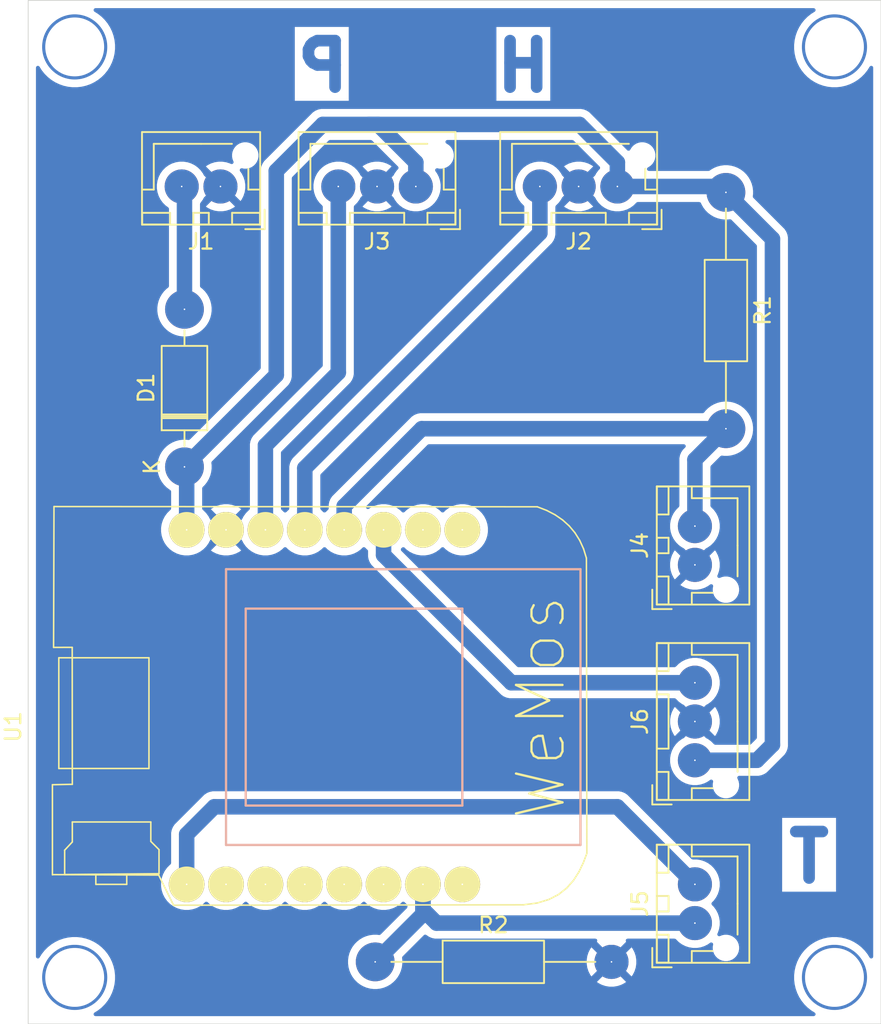
<source format=kicad_pcb>
(kicad_pcb (version 20241229) (generator "pcbnew") (generator_version "9.0")
  (layers (0 "F.Cu" signal) (2 "B.Cu" signal) (13 "F.Paste" user) (15 "B.Paste" user) (5 "F.SilkS" user "F.Silkscreen") (7 "B.SilkS" user "B.Silkscreen") (1 "F.Mask" user) (3 "B.Mask" user) (25 "Edge.Cuts" user))
  (net 0 "")
  (net 1 "+5V")
  (net 2 "Net-(D1-A)")
  (net 3 "GND")
  (net 4 "HEATER")
  (net 5 "PUMP")
  (net 6 "BTN")
  (net 7 "+3V3")
  (net 8 "TMP")
  (net 9 "LED")
  (footprint "Connector_JST:JST_XH_B2B-XH-AM_1x02_P2.50mm_Vertical" (layer "F.Cu") (at 63.4 48 180)
    (property "Reference" "J1" (at 1.25 -3.55 0) (layer "F.SilkS"))
    (property "Value" "POWER")
    (fp_line (start 5.06 3.51) (end 5.06 -2.46) (stroke (width 0.12)) (layer "F.SilkS"))
    (fp_line (start 5.06 -2.46) (end -2.56 -2.46) (stroke (width 0.12)) (layer "F.SilkS"))
    (fp_line (start 5.05 -0.2) (end 4.3 -0.2) (stroke (width 0.12)) (layer "F.SilkS"))
    (fp_line (start 5.05 -1.7) (end 5.05 -2.45) (stroke (width 0.12)) (layer "F.SilkS"))
    (fp_line (start 5.05 -2.45) (end 3.25 -2.45) (stroke (width 0.12)) (layer "F.SilkS"))
    (fp_line (start 4.3 2.75) (end 1.25 2.75) (stroke (width 0.12)) (layer "F.SilkS"))
    (fp_line (start 4.3 -0.2) (end 4.3 2.75) (stroke (width 0.12)) (layer "F.SilkS"))
    (fp_line (start 3.25 -1.7) (end 5.05 -1.7) (stroke (width 0.12)) (layer "F.SilkS"))
    (fp_line (start 3.25 -2.45) (end 3.25 -1.7) (stroke (width 0.12)) (layer "F.SilkS"))
    (fp_line (start 1.75 -1.7) (end 1.75 -2.45) (stroke (width 0.12)) (layer "F.SilkS"))
    (fp_line (start 1.75 -2.45) (end 0.75 -2.45) (stroke (width 0.12)) (layer "F.SilkS"))
    (fp_line (start 1.25 2.75) (end -0.74 2.75) (stroke (width 0.12)) (layer "F.SilkS"))
    (fp_line (start 0.75 -1.7) (end 1.75 -1.7) (stroke (width 0.12)) (layer "F.SilkS"))
    (fp_line (start 0.75 -2.45) (end 0.75 -1.7) (stroke (width 0.12)) (layer "F.SilkS"))
    (fp_line (start -0.75 -1.7) (end -0.75 -2.45) (stroke (width 0.12)) (layer "F.SilkS"))
    (fp_line (start -0.75 -2.45) (end -2.55 -2.45) (stroke (width 0.12)) (layer "F.SilkS"))
    (fp_line (start -1.6 -2.75) (end -2.85 -2.75) (stroke (width 0.12)) (layer "F.SilkS"))
    (fp_line (start -1.8 -0.2) (end -1.8 1.14) (stroke (width 0.12)) (layer "F.SilkS"))
    (fp_line (start -2.55 -0.2) (end -1.8 -0.2) (stroke (width 0.12)) (layer "F.SilkS"))
    (fp_line (start -2.55 -1.7) (end -0.75 -1.7) (stroke (width 0.12)) (layer "F.SilkS"))
    (fp_line (start -2.55 -2.45) (end -2.55 -1.7) (stroke (width 0.12)) (layer "F.SilkS"))
    (fp_line (start -2.56 3.51) (end 5.06 3.51) (stroke (width 0.12)) (layer "F.SilkS"))
    (fp_line (start -2.56 -2.46) (end -2.56 3.51) (stroke (width 0.12)) (layer "F.SilkS"))
    (fp_line (start -2.85 -2.75) (end -2.85 -1.5) (stroke (width 0.12)) (layer "F.SilkS"))
    (pad "" np_thru_hole circle (at -1.6 2 180) (size 1.2 1.2) (drill 1.2) (layers "*.Cu" "*.Mask"))
    (pad "1" thru_hole circle (at 0 0 180) (size 2.2 2.2) (drill 0.1) (layers "*.Cu" "*.Mask") (net 3 "GND"))
    (pad "2" thru_hole circle (at 2.5 0 180) (size 2.2 2.2) (drill 0.1) (layers "*.Cu" "*.Mask") (net 2 "Net-(D1-A)"))
  )
  (footprint "Diode_THT:D_DO-41_SOD81_P10.16mm_Horizontal" (layer "F.Cu") (at 61.08 66.08 90)
    (property "Reference" "D1" (at 5.08 -2.47 90) (layer "F.SilkS"))
    (property "Value" "SB130")
    (fp_line (start 3.38 -1.47) (end 3.38 1.47) (stroke (width 0.12)) (layer "F.SilkS"))
    (fp_line (start 3.26 -1.47) (end 3.26 1.47) (stroke (width 0.12)) (layer "F.SilkS"))
    (fp_line (start 3.14 -1.47) (end 3.14 1.47) (stroke (width 0.12)) (layer "F.SilkS"))
    (fp_line (start 8.82 0) (end 7.8 0) (stroke (width 0.12)) (layer "F.SilkS"))
    (fp_line (start 1.34 0) (end 2.36 0) (stroke (width 0.12)) (layer "F.SilkS"))
    (fp_rect (start 2.36 -1.47) (end 7.8 1.47) (stroke (width 0.12)) (fill no) (layer "F.SilkS"))
    (fp_text user "K" (at 0 -2.1 90) (layer "F.SilkS"))
    (pad "1" thru_hole circle (at 0 0 90) (size 2.5 2.5) (drill 0.1) (layers "*.Cu" "*.Mask") (net 1 "+5V"))
    (pad "2" thru_hole circle (at 10.16 0 90) (size 2.5 2.5) (drill 0.1) (layers "*.Cu" "*.Mask") (net 2 "Net-(D1-A)"))
  )
  (footprint "Connector_JST:JST_XH_B3B-XH-AM_1x03_P2.50mm_Vertical" (layer "F.Cu") (at 89 48 180)
    (property "Reference" "J2" (at 2.5 -3.55 0) (layer "F.SilkS"))
    (property "Value" "HEATER_RELAY")
    (fp_line (start 7.56 3.51) (end 7.56 -2.46) (stroke (width 0.12)) (layer "F.SilkS"))
    (fp_line (start 7.56 -2.46) (end -2.56 -2.46) (stroke (width 0.12)) (layer "F.SilkS"))
    (fp_line (start 7.55 -0.2) (end 6.8 -0.2) (stroke (width 0.12)) (layer "F.SilkS"))
    (fp_line (start 7.55 -1.7) (end 7.55 -2.45) (stroke (width 0.12)) (layer "F.SilkS"))
    (fp_line (start 7.55 -2.45) (end 5.75 -2.45) (stroke (width 0.12)) (layer "F.SilkS"))
    (fp_line (start 6.8 2.75) (end 2.5 2.75) (stroke (width 0.12)) (layer "F.SilkS"))
    (fp_line (start 6.8 -0.2) (end 6.8 2.75) (stroke (width 0.12)) (layer "F.SilkS"))
    (fp_line (start 5.75 -1.7) (end 7.55 -1.7) (stroke (width 0.12)) (layer "F.SilkS"))
    (fp_line (start 5.75 -2.45) (end 5.75 -1.7) (stroke (width 0.12)) (layer "F.SilkS"))
    (fp_line (start 4.25 -1.7) (end 4.25 -2.45) (stroke (width 0.12)) (layer "F.SilkS"))
    (fp_line (start 4.25 -2.45) (end 0.75 -2.45) (stroke (width 0.12)) (layer "F.SilkS"))
    (fp_line (start 2.5 2.75) (end -0.74 2.75) (stroke (width 0.12)) (layer "F.SilkS"))
    (fp_line (start 0.75 -1.7) (end 4.25 -1.7) (stroke (width 0.12)) (layer "F.SilkS"))
    (fp_line (start 0.75 -2.45) (end 0.75 -1.7) (stroke (width 0.12)) (layer "F.SilkS"))
    (fp_line (start -0.75 -1.7) (end -0.75 -2.45) (stroke (width 0.12)) (layer "F.SilkS"))
    (fp_line (start -0.75 -2.45) (end -2.55 -2.45) (stroke (width 0.12)) (layer "F.SilkS"))
    (fp_line (start -1.6 -2.75) (end -2.85 -2.75) (stroke (width 0.12)) (layer "F.SilkS"))
    (fp_line (start -1.8 -0.2) (end -1.8 1.14) (stroke (width 0.12)) (layer "F.SilkS"))
    (fp_line (start -2.55 -0.2) (end -1.8 -0.2) (stroke (width 0.12)) (layer "F.SilkS"))
    (fp_line (start -2.55 -1.7) (end -0.75 -1.7) (stroke (width 0.12)) (layer "F.SilkS"))
    (fp_line (start -2.55 -2.45) (end -2.55 -1.7) (stroke (width 0.12)) (layer "F.SilkS"))
    (fp_line (start -2.56 3.51) (end 7.56 3.51) (stroke (width 0.12)) (layer "F.SilkS"))
    (fp_line (start -2.56 -2.46) (end -2.56 3.51) (stroke (width 0.12)) (layer "F.SilkS"))
    (fp_line (start -2.85 -2.75) (end -2.85 -1.5) (stroke (width 0.12)) (layer "F.SilkS"))
    (pad "" np_thru_hole circle (at -1.6 2 180) (size 1.2 1.2) (drill 1.2) (layers "*.Cu" "*.Mask"))
    (pad "1" thru_hole circle (at 0 0 180) (size 2.2 2.2) (drill 0.1) (layers "*.Cu" "*.Mask") (net 1 "+5V"))
    (pad "2" thru_hole circle (at 2.5 0 180) (size 2.2 2.2) (drill 0.1) (layers "*.Cu" "*.Mask") (net 3 "GND"))
    (pad "3" thru_hole circle (at 5 0 180) (size 2.2 2.2) (drill 0.1) (layers "*.Cu" "*.Mask") (net 4 "HEATER"))
  )
  (footprint "Resistor_THT:R_Axial_DIN0207_L6.3mm_D2.5mm_P15.24mm_Horizontal" (layer "F.Cu") (at 73.38 98)
    (property "Reference" "R2" (at 7.62 -2.37 0) (layer "F.SilkS"))
    (property "Value" "100K")
    (fp_line (start 1.04 0) (end 4.35 0) (stroke (width 0.12)) (layer "F.SilkS"))
    (fp_line (start 14.2 0) (end 10.89 0) (stroke (width 0.12)) (layer "F.SilkS"))
    (fp_rect (start 4.35 -1.37) (end 10.89 1.37) (stroke (width 0.12)) (fill no) (layer "F.SilkS"))
    (pad "1" thru_hole circle (at 0 0) (size 2.5 2.5) (drill 0.1) (layers "*.Cu" "*.Mask") (net 8 "TMP"))
    (pad "2" thru_hole circle (at 15.24 0) (size 2.2 2.2) (drill 0.1) (layers "*.Cu" "*.Mask") (net 3 "GND"))
  )
  (footprint "Connector_JST:JST_XH_B3B-XH-AM_1x03_P2.50mm_Vertical" (layer "F.Cu") (at 94 85 90)
    (property "Reference" "J6" (at 2.5 -3.55 90) (layer "F.SilkS"))
    (property "Value" "LED_STRIP")
    (fp_line (start -1.6 -2.75) (end -2.85 -2.75) (stroke (width 0.12)) (layer "F.SilkS"))
    (fp_line (start -2.85 -2.75) (end -2.85 -1.5) (stroke (width 0.12)) (layer "F.SilkS"))
    (fp_line (start 7.56 -2.46) (end -2.56 -2.46) (stroke (width 0.12)) (layer "F.SilkS"))
    (fp_line (start -2.56 -2.46) (end -2.56 3.51) (stroke (width 0.12)) (layer "F.SilkS"))
    (fp_line (start 7.55 -2.45) (end 5.75 -2.45) (stroke (width 0.12)) (layer "F.SilkS"))
    (fp_line (start 5.75 -2.45) (end 5.75 -1.7) (stroke (width 0.12)) (layer "F.SilkS"))
    (fp_line (start 4.25 -2.45) (end 0.75 -2.45) (stroke (width 0.12)) (layer "F.SilkS"))
    (fp_line (start 0.75 -2.45) (end 0.75 -1.7) (stroke (width 0.12)) (layer "F.SilkS"))
    (fp_line (start -0.75 -2.45) (end -2.55 -2.45) (stroke (width 0.12)) (layer "F.SilkS"))
    (fp_line (start -2.55 -2.45) (end -2.55 -1.7) (stroke (width 0.12)) (layer "F.SilkS"))
    (fp_line (start 7.55 -1.7) (end 7.55 -2.45) (stroke (width 0.12)) (layer "F.SilkS"))
    (fp_line (start 5.75 -1.7) (end 7.55 -1.7) (stroke (width 0.12)) (layer "F.SilkS"))
    (fp_line (start 4.25 -1.7) (end 4.25 -2.45) (stroke (width 0.12)) (layer "F.SilkS"))
    (fp_line (start 0.75 -1.7) (end 4.25 -1.7) (stroke (width 0.12)) (layer "F.SilkS"))
    (fp_line (start -0.75 -1.7) (end -0.75 -2.45) (stroke (width 0.12)) (layer "F.SilkS"))
    (fp_line (start -2.55 -1.7) (end -0.75 -1.7) (stroke (width 0.12)) (layer "F.SilkS"))
    (fp_line (start 7.55 -0.2) (end 6.8 -0.2) (stroke (width 0.12)) (layer "F.SilkS"))
    (fp_line (start 6.8 -0.2) (end 6.8 2.75) (stroke (width 0.12)) (layer "F.SilkS"))
    (fp_line (start -1.8 -0.2) (end -1.8 1.14) (stroke (width 0.12)) (layer "F.SilkS"))
    (fp_line (start -2.55 -0.2) (end -1.8 -0.2) (stroke (width 0.12)) (layer "F.SilkS"))
    (fp_line (start 6.8 2.75) (end 2.5 2.75) (stroke (width 0.12)) (layer "F.SilkS"))
    (fp_line (start 2.5 2.75) (end -0.74 2.75) (stroke (width 0.12)) (layer "F.SilkS"))
    (fp_line (start 7.56 3.51) (end 7.56 -2.46) (stroke (width 0.12)) (layer "F.SilkS"))
    (fp_line (start -2.56 3.51) (end 7.56 3.51) (stroke (width 0.12)) (layer "F.SilkS"))
    (pad "" np_thru_hole circle (at -1.6 2 90) (size 1.2 1.2) (drill 1.2) (layers "*.Cu" "*.Mask"))
    (pad "1" thru_hole circle (at 0 0 90) (size 2.2 2.2) (drill 0.1) (layers "*.Cu" "*.Mask") (net 1 "+5V"))
    (pad "2" thru_hole circle (at 2.5 0 90) (size 2.2 2.2) (drill 0.1) (layers "*.Cu" "*.Mask") (net 3 "GND"))
    (pad "3" thru_hole circle (at 5 0 90) (size 2.2 2.2) (drill 0.1) (layers "*.Cu" "*.Mask") (net 9 "LED"))
  )
  (footprint "Connector_JST:JST_XH_B3B-XH-AM_1x03_P2.50mm_Vertical" (layer "F.Cu") (at 76 48 180)
    (property "Reference" "J3" (at 2.5 -3.55 0) (layer "F.SilkS"))
    (property "Value" "PUMP_RELAY")
    (fp_line (start 7.56 3.51) (end 7.56 -2.46) (stroke (width 0.12)) (layer "F.SilkS"))
    (fp_line (start 7.56 -2.46) (end -2.56 -2.46) (stroke (width 0.12)) (layer "F.SilkS"))
    (fp_line (start 7.55 -0.2) (end 6.8 -0.2) (stroke (width 0.12)) (layer "F.SilkS"))
    (fp_line (start 7.55 -1.7) (end 7.55 -2.45) (stroke (width 0.12)) (layer "F.SilkS"))
    (fp_line (start 7.55 -2.45) (end 5.75 -2.45) (stroke (width 0.12)) (layer "F.SilkS"))
    (fp_line (start 6.8 2.75) (end 2.5 2.75) (stroke (width 0.12)) (layer "F.SilkS"))
    (fp_line (start 6.8 -0.2) (end 6.8 2.75) (stroke (width 0.12)) (layer "F.SilkS"))
    (fp_line (start 5.75 -1.7) (end 7.55 -1.7) (stroke (width 0.12)) (layer "F.SilkS"))
    (fp_line (start 5.75 -2.45) (end 5.75 -1.7) (stroke (width 0.12)) (layer "F.SilkS"))
    (fp_line (start 4.25 -1.7) (end 4.25 -2.45) (stroke (width 0.12)) (layer "F.SilkS"))
    (fp_line (start 4.25 -2.45) (end 0.75 -2.45) (stroke (width 0.12)) (layer "F.SilkS"))
    (fp_line (start 2.5 2.75) (end -0.74 2.75) (stroke (width 0.12)) (layer "F.SilkS"))
    (fp_line (start 0.75 -1.7) (end 4.25 -1.7) (stroke (width 0.12)) (layer "F.SilkS"))
    (fp_line (start 0.75 -2.45) (end 0.75 -1.7) (stroke (width 0.12)) (layer "F.SilkS"))
    (fp_line (start -0.75 -1.7) (end -0.75 -2.45) (stroke (width 0.12)) (layer "F.SilkS"))
    (fp_line (start -0.75 -2.45) (end -2.55 -2.45) (stroke (width 0.12)) (layer "F.SilkS"))
    (fp_line (start -1.6 -2.75) (end -2.85 -2.75) (stroke (width 0.12)) (layer "F.SilkS"))
    (fp_line (start -1.8 -0.2) (end -1.8 1.14) (stroke (width 0.12)) (layer "F.SilkS"))
    (fp_line (start -2.55 -0.2) (end -1.8 -0.2) (stroke (width 0.12)) (layer "F.SilkS"))
    (fp_line (start -2.55 -1.7) (end -0.75 -1.7) (stroke (width 0.12)) (layer "F.SilkS"))
    (fp_line (start -2.55 -2.45) (end -2.55 -1.7) (stroke (width 0.12)) (layer "F.SilkS"))
    (fp_line (start -2.56 3.51) (end 7.56 3.51) (stroke (width 0.12)) (layer "F.SilkS"))
    (fp_line (start -2.56 -2.46) (end -2.56 3.51) (stroke (width 0.12)) (layer "F.SilkS"))
    (fp_line (start -2.85 -2.75) (end -2.85 -1.5) (stroke (width 0.12)) (layer "F.SilkS"))
    (pad "" np_thru_hole circle (at -1.6 2 180) (size 1.2 1.2) (drill 1.2) (layers "*.Cu" "*.Mask"))
    (pad "1" thru_hole circle (at 0 0 180) (size 2.2 2.2) (drill 0.1) (layers "*.Cu" "*.Mask") (net 1 "+5V"))
    (pad "2" thru_hole circle (at 2.5 0 180) (size 2.2 2.2) (drill 0.1) (layers "*.Cu" "*.Mask") (net 3 "GND"))
    (pad "3" thru_hole circle (at 5 0 180) (size 2.2 2.2) (drill 0.1) (layers "*.Cu" "*.Mask") (net 5 "PUMP"))
  )
  (footprint "Connector_JST:JST_XH_B2B-XH-AM_1x02_P2.50mm_Vertical" (layer "F.Cu") (at 94 72.4 90)
    (property "Reference" "J4" (at 1.25 -3.55 90) (layer "F.SilkS"))
    (property "Value" "POWER_BUTTON")
    (fp_line (start -1.6 -2.75) (end -2.85 -2.75) (stroke (width 0.12)) (layer "F.SilkS"))
    (fp_line (start -2.85 -2.75) (end -2.85 -1.5) (stroke (width 0.12)) (layer "F.SilkS"))
    (fp_line (start 5.06 -2.46) (end -2.56 -2.46) (stroke (width 0.12)) (layer "F.SilkS"))
    (fp_line (start -2.56 -2.46) (end -2.56 3.51) (stroke (width 0.12)) (layer "F.SilkS"))
    (fp_line (start 5.05 -2.45) (end 3.25 -2.45) (stroke (width 0.12)) (layer "F.SilkS"))
    (fp_line (start 3.25 -2.45) (end 3.25 -1.7) (stroke (width 0.12)) (layer "F.SilkS"))
    (fp_line (start 1.75 -2.45) (end 0.75 -2.45) (stroke (width 0.12)) (layer "F.SilkS"))
    (fp_line (start 0.75 -2.45) (end 0.75 -1.7) (stroke (width 0.12)) (layer "F.SilkS"))
    (fp_line (start -0.75 -2.45) (end -2.55 -2.45) (stroke (width 0.12)) (layer "F.SilkS"))
    (fp_line (start -2.55 -2.45) (end -2.55 -1.7) (stroke (width 0.12)) (layer "F.SilkS"))
    (fp_line (start 5.05 -1.7) (end 5.05 -2.45) (stroke (width 0.12)) (layer "F.SilkS"))
    (fp_line (start 3.25 -1.7) (end 5.05 -1.7) (stroke (width 0.12)) (layer "F.SilkS"))
    (fp_line (start 1.75 -1.7) (end 1.75 -2.45) (stroke (width 0.12)) (layer "F.SilkS"))
    (fp_line (start 0.75 -1.7) (end 1.75 -1.7) (stroke (width 0.12)) (layer "F.SilkS"))
    (fp_line (start -0.75 -1.7) (end -0.75 -2.45) (stroke (width 0.12)) (layer "F.SilkS"))
    (fp_line (start -2.55 -1.7) (end -0.75 -1.7) (stroke (width 0.12)) (layer "F.SilkS"))
    (fp_line (start 5.05 -0.2) (end 4.3 -0.2) (stroke (width 0.12)) (layer "F.SilkS"))
    (fp_line (start 4.3 -0.2) (end 4.3 2.75) (stroke (width 0.12)) (layer "F.SilkS"))
    (fp_line (start -1.8 -0.2) (end -1.8 1.14) (stroke (width 0.12)) (layer "F.SilkS"))
    (fp_line (start -2.55 -0.2) (end -1.8 -0.2) (stroke (width 0.12)) (layer "F.SilkS"))
    (fp_line (start 4.3 2.75) (end 1.25 2.75) (stroke (width 0.12)) (layer "F.SilkS"))
    (fp_line (start 1.25 2.75) (end -0.74 2.75) (stroke (width 0.12)) (layer "F.SilkS"))
    (fp_line (start 5.06 3.51) (end 5.06 -2.46) (stroke (width 0.12)) (layer "F.SilkS"))
    (fp_line (start -2.56 3.51) (end 5.06 3.51) (stroke (width 0.12)) (layer "F.SilkS"))
    (pad "" np_thru_hole circle (at -1.6 2 90) (size 1.2 1.2) (drill 1.2) (layers "*.Cu" "*.Mask"))
    (pad "1" thru_hole circle (at 0 0 90) (size 2.2 2.2) (drill 0.1) (layers "*.Cu" "*.Mask") (net 3 "GND"))
    (pad "2" thru_hole circle (at 2.5 0 90) (size 2.2 2.2) (drill 0.1) (layers "*.Cu" "*.Mask") (net 6 "BTN"))
  )
  (footprint "Resistor_THT:R_Axial_DIN0207_L6.3mm_D2.5mm_P15.24mm_Horizontal" (layer "F.Cu") (at 96 48.38 -90)
    (property "Reference" "R1" (at 7.62 -2.37 90) (layer "F.SilkS"))
    (property "Value" "10K")
    (fp_line (start 1.04 0) (end 4.35 0) (stroke (width 0.12)) (layer "F.SilkS"))
    (fp_line (start 14.2 0) (end 10.89 0) (stroke (width 0.12)) (layer "F.SilkS"))
    (fp_rect (start 4.35 -1.37) (end 10.89 1.37) (stroke (width 0.12)) (fill no) (layer "F.SilkS"))
    (pad "1" thru_hole circle (at 0 0 270) (size 2.5 2.5) (drill 0.1) (layers "*.Cu" "*.Mask") (net 1 "+5V"))
    (pad "2" thru_hole circle (at 15.24 0 270) (size 2.5 2.5) (drill 0.1) (layers "*.Cu" "*.Mask") (net 6 "BTN"))
  )
  (footprint "wemos_d1_mini:D1_mini_board" (layer "F.Cu") (at 68.84 81.57 -90)
    (property "Reference" "U1" (at 1.27 18.81 90) (layer "F.SilkS"))
    (property "Value" "Wemos mini D1 ESP8266")
    (fp_line (start 5.00618 16.277228) (end 4.979849 14.993795) (stroke (width 0.1)) (layer "F.SilkS"))
    (fp_line (start 10.817472 16.277228) (end 5.00618 16.277228) (stroke (width 0.1)) (layer "F.SilkS"))
    (fp_line (start -3.849397 16.202736) (end -12.930193 16.176658) (stroke (width 0.1)) (layer "F.SilkS"))
    (fp_line (start -12.930193 16.176658) (end -12.916195 -14.993493) (stroke (width 0.1)) (layer "F.SilkS"))
    (fp_line (start -3.17965 15.865188) (end -3.17965 10.051451) (stroke (width 0.1)) (layer "F.SilkS"))
    (fp_line (start 3.959931 15.865188) (end -3.17965 15.865188) (stroke (width 0.1)) (layer "F.SilkS"))
    (fp_line (start 9.226656 15.487765) (end 10.796517 15.487765) (stroke (width 0.1)) (layer "F.SilkS"))
    (fp_line (start 10.796517 15.487765) (end 10.7436 9.402349) (stroke (width 0.1)) (layer "F.SilkS"))
    (fp_line (start -3.851373 15.000483) (end -3.849397 16.202736) (stroke (width 0.1)) (layer "F.SilkS"))
    (fp_line (start 7.40985 14.993876) (end 8.697489 14.993876) (stroke (width 0.1)) (layer "F.SilkS"))
    (fp_line (start 8.697489 14.993876) (end 9.226656 15.487765) (stroke (width 0.1)) (layer "F.SilkS"))
    (fp_line (start 4.979849 14.993795) (end -3.851373 15.000483) (stroke (width 0.1)) (layer "F.SilkS"))
    (fp_line (start 11.431517 13.476932) (end 10.814156 13.476932) (stroke (width 0.1)) (layer "F.SilkS"))
    (fp_line (start 10.778878 11.483738) (end 11.431517 11.483738) (stroke (width 0.1)) (layer "F.SilkS"))
    (fp_line (start 11.431517 11.483738) (end 11.431517 13.476932) (stroke (width 0.1)) (layer "F.SilkS"))
    (fp_line (start -3.17965 10.051451) (end 3.959931 10.051451) (stroke (width 0.1)) (layer "F.SilkS"))
    (fp_line (start 3.959931 10.051451) (end 3.959931 15.865188) (stroke (width 0.1)) (layer "F.SilkS"))
    (fp_line (start 7.40985 9.931515) (end 7.40985 14.993876) (stroke (width 0.1)) (layer "F.SilkS"))
    (fp_line (start 8.662211 9.931515) (end 7.40985 9.931515) (stroke (width 0.1)) (layer "F.SilkS"))
    (fp_line (start 10.83248 9.424181) (end 10.802686 16.232524) (stroke (width 0.1)) (layer "F.SilkS"))
    (fp_line (start 9.191378 9.402349) (end 8.662211 9.931515) (stroke (width 0.1)) (layer "F.SilkS"))
    (fp_line (start 10.7436 9.402349) (end 9.191378 9.402349) (stroke (width 0.1)) (layer "F.SilkS"))
    (fp_line (start 12.776026 8.463285) (end 10.83248 9.424181) (stroke (width 0.1)) (layer "F.SilkS"))
    (fp_line (start 12.751078 -14.091807) (end 12.776026 8.463285) (stroke (width 0.1)) (layer "F.SilkS"))
    (fp_line (start 12.635482 -14.984575) (end 12.751078 -14.091807) (stroke (width 0.1)) (layer "F.SilkS"))
    (fp_line (start -12.916195 -14.993493) (end -12.683384 -15.596286) (stroke (width 0.1)) (layer "F.SilkS"))
    (fp_line (start -12.683384 -15.596286) (end -12.399901 -16.141167) (stroke (width 0.1)) (layer "F.SilkS"))
    (fp_line (start 12.407122 -15.739613) (end 12.635482 -14.984575) (stroke (width 0.1)) (layer "F.SilkS"))
    (fp_line (start -12.399901 -16.141167) (end -12.065253 -16.627577) (stroke (width 0.1)) (layer "F.SilkS"))
    (fp_line (start 12.079595 -16.37146) (end 12.407122 -15.739613) (stroke (width 0.1)) (layer "F.SilkS"))
    (fp_line (start -12.065253 -16.627577) (end -11.678953 -17.054952) (stroke (width 0.1)) (layer "F.SilkS"))
    (fp_line (start 11.666503 -16.894658) (end 12.079595 -16.37146) (stroke (width 0.1)) (layer "F.SilkS"))
    (fp_line (start -11.678953 -17.054952) (end -11.240512 -17.422741) (stroke (width 0.1)) (layer "F.SilkS"))
    (fp_line (start 11.181445 -17.323743) (end 11.666503 -16.894658) (stroke (width 0.1)) (layer "F.SilkS"))
    (fp_line (start -11.240512 -17.422741) (end -10.74944 -17.730377) (stroke (width 0.1)) (layer "F.SilkS"))
    (fp_line (start 10.638018 -17.673258) (end 11.181445 -17.323743) (stroke (width 0.1)) (layer "F.SilkS"))
    (fp_line (start -10.74944 -17.730377) (end -10.20525 -17.97731) (stroke (width 0.1)) (layer "F.SilkS"))
    (fp_line (start 10.049824 -17.957741) (end 10.638018 -17.673258) (stroke (width 0.1)) (layer "F.SilkS"))
    (fp_line (start -10.20525 -17.97731) (end -9.607453 -18.162976) (stroke (width 0.1)) (layer "F.SilkS"))
    (fp_line (start -9.607453 -18.162976) (end 9.43046 -18.191734) (stroke (width 0.1)) (layer "F.SilkS"))
    (fp_line (start 9.43046 -18.191734) (end 10.049824 -17.957741) (stroke (width 0.1)) (layer "F.SilkS"))
    (fp_line (start -8.89 5.08) (end 8.89 5.08) (stroke (width 0.15)) (layer "B.SilkS"))
    (fp_line (start 8.89 5.08) (end 8.89 -17.78) (stroke (width 0.15)) (layer "B.SilkS"))
    (fp_line (start -6.35 3.81) (end -6.35 -10.16) (stroke (width 0.15)) (layer "B.SilkS"))
    (fp_line (start 6.35 3.81) (end -6.35 3.81) (stroke (width 0.15)) (layer "B.SilkS"))
    (fp_line (start -6.35 -10.16) (end 6.35 -10.16) (stroke (width 0.15)) (layer "B.SilkS"))
    (fp_line (start 6.35 -10.16) (end 6.35 3.81) (stroke (width 0.15)) (layer "B.SilkS"))
    (fp_line (start -8.89 -17.78) (end -8.89 5.08) (stroke (width 0.15)) (layer "B.SilkS"))
    (fp_line (start 8.89 -17.78) (end -8.89 -17.78) (stroke (width 0.15)) (layer "B.SilkS"))
    (fp_text user "WeMos" (at 0 -15.24 90) (layer "F.SilkS") (effects (font (size 3 3))))
    (pad "2" thru_hole circle (at -11.43 5.08 270) (size 2.3 2.3) (drill 0.1) (layers "*.Cu" "*.Mask" "F.SilkS") (net 3 "GND"))
    (pad "3" thru_hole circle (at -11.43 2.54 270) (size 2.3 2.3) (drill 0.1) (layers "*.Cu" "*.Mask" "F.SilkS") (net 5 "PUMP"))
    (pad "4" thru_hole circle (at -11.43 0 270) (size 2.3 2.3) (drill 0.1) (layers "*.Cu" "*.Mask" "F.SilkS") (net 4 "HEATER"))
    (pad "5" thru_hole circle (at -11.43 -2.54 270) (size 2.3 2.3) (drill 0.1) (layers "*.Cu" "*.Mask" "F.SilkS") (net 6 "BTN"))
    (pad "6" thru_hole circle (at -11.43 -5.08 270) (size 2.3 2.3) (drill 0.1) (layers "*.Cu" "*.Mask" "F.SilkS") (net 9 "LED"))
    (pad "7" thru_hole circle (at -11.43 -7.62 270) (size 2.3 2.3) (drill 0.1) (layers "*.Cu" "*.Mask" "F.SilkS"))
    (pad "8" thru_hole circle (at -11.43 -10.16 270) (size 2.3 2.3) (drill 0.1) (layers "*.Cu" "*.Mask" "F.SilkS"))
    (pad "9" thru_hole circle (at 11.43 -10.16 270) (size 2.3 2.3) (drill 0.1) (layers "*.Cu" "*.Mask" "F.SilkS"))
    (pad "10" thru_hole circle (at 11.43 -7.62 270) (size 2.3 2.3) (drill 0.1) (layers "*.Cu" "*.Mask" "F.SilkS") (net 8 "TMP"))
    (pad "11" thru_hole circle (at 11.43 -5.08 270) (size 2.3 2.3) (drill 0.1) (layers "*.Cu" "*.Mask" "F.SilkS"))
    (pad "12" thru_hole circle (at 11.43 -2.54 270) (size 2.3 2.3) (drill 0.1) (layers "*.Cu" "*.Mask" "F.SilkS"))
    (pad "13" thru_hole circle (at 11.43 0 270) (size 2.3 2.3) (drill 0.1) (layers "*.Cu" "*.Mask" "F.SilkS"))
    (pad "14" thru_hole circle (at 11.43 2.54 270) (size 2.3 2.3) (drill 0.1) (layers "*.Cu" "*.Mask" "F.SilkS"))
    (pad "15" thru_hole circle (at 11.43 5.08 270) (size 2.3 2.3) (drill 0.1) (layers "*.Cu" "*.Mask" "F.SilkS"))
    (pad "16" thru_hole circle (at 11.43 7.62 270) (size 2.3 2.3) (drill 0.1) (layers "*.Cu" "*.Mask" "F.SilkS") (net 7 "+3V3"))
    (pad "e" thru_hole circle (at -11.43 7.62 270) (size 2.3 2.3) (drill 0.1) (layers "*.Cu" "*.Mask" "F.SilkS") (net 1 "+5V"))
  )
  (footprint "Connector_JST:JST_XH_B2B-XH-AM_1x02_P2.50mm_Vertical" (layer "F.Cu") (at 94 95.5 90)
    (property "Reference" "J5" (at 1.25 -3.55 90) (layer "F.SilkS"))
    (property "Value" "TEMP_SENSOR")
    (fp_line (start -1.6 -2.75) (end -2.85 -2.75) (stroke (width 0.12)) (layer "F.SilkS"))
    (fp_line (start -2.85 -2.75) (end -2.85 -1.5) (stroke (width 0.12)) (layer "F.SilkS"))
    (fp_line (start 5.06 -2.46) (end -2.56 -2.46) (stroke (width 0.12)) (layer "F.SilkS"))
    (fp_line (start -2.56 -2.46) (end -2.56 3.51) (stroke (width 0.12)) (layer "F.SilkS"))
    (fp_line (start 5.05 -2.45) (end 3.25 -2.45) (stroke (width 0.12)) (layer "F.SilkS"))
    (fp_line (start 3.25 -2.45) (end 3.25 -1.7) (stroke (width 0.12)) (layer "F.SilkS"))
    (fp_line (start 1.75 -2.45) (end 0.75 -2.45) (stroke (width 0.12)) (layer "F.SilkS"))
    (fp_line (start 0.75 -2.45) (end 0.75 -1.7) (stroke (width 0.12)) (layer "F.SilkS"))
    (fp_line (start -0.75 -2.45) (end -2.55 -2.45) (stroke (width 0.12)) (layer "F.SilkS"))
    (fp_line (start -2.55 -2.45) (end -2.55 -1.7) (stroke (width 0.12)) (layer "F.SilkS"))
    (fp_line (start 5.05 -1.7) (end 5.05 -2.45) (stroke (width 0.12)) (layer "F.SilkS"))
    (fp_line (start 3.25 -1.7) (end 5.05 -1.7) (stroke (width 0.12)) (layer "F.SilkS"))
    (fp_line (start 1.75 -1.7) (end 1.75 -2.45) (stroke (width 0.12)) (layer "F.SilkS"))
    (fp_line (start 0.75 -1.7) (end 1.75 -1.7) (stroke (width 0.12)) (layer "F.SilkS"))
    (fp_line (start -0.75 -1.7) (end -0.75 -2.45) (stroke (width 0.12)) (layer "F.SilkS"))
    (fp_line (start -2.55 -1.7) (end -0.75 -1.7) (stroke (width 0.12)) (layer "F.SilkS"))
    (fp_line (start 5.05 -0.2) (end 4.3 -0.2) (stroke (width 0.12)) (layer "F.SilkS"))
    (fp_line (start 4.3 -0.2) (end 4.3 2.75) (stroke (width 0.12)) (layer "F.SilkS"))
    (fp_line (start -1.8 -0.2) (end -1.8 1.14) (stroke (width 0.12)) (layer "F.SilkS"))
    (fp_line (start -2.55 -0.2) (end -1.8 -0.2) (stroke (width 0.12)) (layer "F.SilkS"))
    (fp_line (start 4.3 2.75) (end 1.25 2.75) (stroke (width 0.12)) (layer "F.SilkS"))
    (fp_line (start 1.25 2.75) (end -0.74 2.75) (stroke (width 0.12)) (layer "F.SilkS"))
    (fp_line (start 5.06 3.51) (end 5.06 -2.46) (stroke (width 0.12)) (layer "F.SilkS"))
    (fp_line (start -2.56 3.51) (end 5.06 3.51) (stroke (width 0.12)) (layer "F.SilkS"))
    (pad "" np_thru_hole circle (at -1.6 2 90) (size 1.2 1.2) (drill 1.2) (layers "*.Cu" "*.Mask"))
    (pad "1" thru_hole circle (at 0 0 90) (size 2.2 2.2) (drill 0.1) (layers "*.Cu" "*.Mask") (net 8 "TMP"))
    (pad "2" thru_hole circle (at 2.5 0 90) (size 2.2 2.2) (drill 0.1) (layers "*.Cu" "*.Mask") (net 7 "+3V3"))
  )
  (gr_circle (center 103 99) (end 105 99) (stroke (width 0.2)) (fill no) (layer "B.Cu"))
  (gr_circle (center 103 39) (end 105 39) (stroke (width 0.2)) (fill no) (layer "B.Cu"))
  (gr_circle (center 54 39) (end 56 39) (stroke (width 0.2)) (fill no) (layer "B.Cu"))
  (gr_circle (center 54 99) (end 54 97) (stroke (width 0.2)) (fill no) (layer "B.Cu"))
  (gr_rect (start 51 36) (end 106 102) (stroke (width 0.05)) (fill no) (layer "Edge.Cuts"))
  (gr_text "P" (at 72 42 0) (layer "B.Cu") (effects (font (size 3 3) (thickness 0.75) (bold yes)) (justify left bottom mirror)))
  (gr_text "H" (at 85 42 0) (layer "B.Cu") (effects (font (size 3 3) (thickness 0.75) (bold yes)) (justify left bottom mirror)))
  (gr_text "T" (at 103 93 0) (layer "B.Cu") (effects (font (size 3 3) (thickness 0.75) (bold yes)) (justify left bottom mirror)))
  (segment (start 76 48) (end 76 46.444366) (width 1) (layer "B.Cu") (net 1))
  (segment (start 67 47) (end 67 60.16) (width 1) (layer "B.Cu") (net 1))
  (segment (start 94 85) (end 98 85) (width 1) (layer "B.Cu") (net 1))
  (segment (start 70 44) (end 67 47) (width 1) (layer "B.Cu") (net 1))
  (segment (start 98 85) (end 99 84) (width 1) (layer "B.Cu") (net 1))
  (segment (start 89 46.444366) (end 86.555634 44) (width 1) (layer "B.Cu") (net 1))
  (segment (start 99 84) (end 99 51.38) (width 1) (layer "B.Cu") (net 1))
  (segment (start 61.22 70.14) (end 61.22 66.22) (width 1) (layer "B.Cu") (net 1))
  (segment (start 67 60.16) (end 61.08 66.08) (width 1) (layer "B.Cu") (net 1))
  (segment (start 76 46.444366) (end 73.555634 44) (width 1) (layer "B.Cu") (net 1))
  (segment (start 73 44) (end 70 44) (width 1) (layer "B.Cu") (net 1))
  (segment (start 95.62 48) (end 96 48.38) (width 1) (layer "B.Cu") (net 1))
  (segment (start 86.555634 44) (end 73 44) (width 1) (layer "B.Cu") (net 1))
  (segment (start 99 51.38) (end 96 48.38) (width 1) (layer "B.Cu") (net 1))
  (segment (start 89 48) (end 89 46.444366) (width 1) (layer "B.Cu") (net 1))
  (segment (start 89 48) (end 95.62 48) (width 1) (layer "B.Cu") (net 1))
  (segment (start 61.22 66.22) (end 61.08 66.08) (width 1) (layer "B.Cu") (net 1))
  (segment (start 73.555634 44) (end 73 44) (width 1) (layer "B.Cu") (net 1))
  (segment (start 61.08 48.18) (end 60.9 48) (width 1) (layer "B.Cu") (net 2))
  (segment (start 61.08 55.92) (end 61.08 48.18) (width 1) (layer "B.Cu") (net 2))
  (segment (start 68.84 66.16) (end 84 51) (width 1) (layer "B.Cu") (net 4))
  (segment (start 68.84 70.14) (end 68.84 66.16) (width 1) (layer "B.Cu") (net 4))
  (segment (start 84 51) (end 84 48) (width 1) (layer "B.Cu") (net 4))
  (segment (start 66.3 64.7) (end 71 60) (width 1) (layer "B.Cu") (net 5))
  (segment (start 66.3 70.14) (end 66.3 64.7) (width 1) (layer "B.Cu") (net 5))
  (segment (start 71 60) (end 71 48) (width 1) (layer "B.Cu") (net 5))
  (segment (start 71.38 68.62) (end 76.38 63.62) (width 1) (layer "B.Cu") (net 6))
  (segment (start 94 69.9) (end 94 65.62) (width 1) (layer "B.Cu") (net 6))
  (segment (start 94 65.62) (end 96 63.62) (width 1) (layer "B.Cu") (net 6))
  (segment (start 71.38 70.14) (end 71.38 68.62) (width 1) (layer "B.Cu") (net 6))
  (segment (start 76.38 63.62) (end 96 63.62) (width 1) (layer "B.Cu") (net 6))
  (segment (start 63 88) (end 89 88) (width 1) (layer "B.Cu") (net 7))
  (segment (start 89 88) (end 94 93) (width 1) (layer "B.Cu") (net 7))
  (segment (start 61.22 93) (end 61.22 89.78) (width 1) (layer "B.Cu") (net 7))
  (segment (start 61.22 89.78) (end 63 88) (width 1) (layer "B.Cu") (net 7))
  (segment (start 77.333655 95.5) (end 76.46 94.626345) (width 1) (layer "B.Cu") (net 8))
  (segment (start 76.46 94.626345) (end 76.46 93) (width 1) (layer "B.Cu") (net 8))
  (segment (start 73.38 98) (end 76.46 94.92) (width 1) (layer "B.Cu") (net 8))
  (segment (start 76.46 94.92) (end 76.46 93) (width 1) (layer "B.Cu") (net 8))
  (segment (start 94 95.5) (end 77.333655 95.5) (width 1) (layer "B.Cu") (net 8))
  (segment (start 73.92 71.766345) (end 73.92 70.14) (width 1) (layer "B.Cu") (net 9))
  (segment (start 94 80) (end 82.153655 80) (width 1) (layer "B.Cu") (net 9))
  (segment (start 82.153655 80) (end 73.92 71.766345) (width 1) (layer "B.Cu") (net 9))
  (zone (net 3) (net_name "GND") (layer "B.Cu") (connect_pads (clearance 0.5)) (min_thickness 0.25) (fill yes (thermal_gap 0.5) (thermal_bridge_width 0.5))
    (polygon (pts (xy 51 36) (xy 106 36) (xy 106 102) (xy 51 102)))
  )
)
</source>
